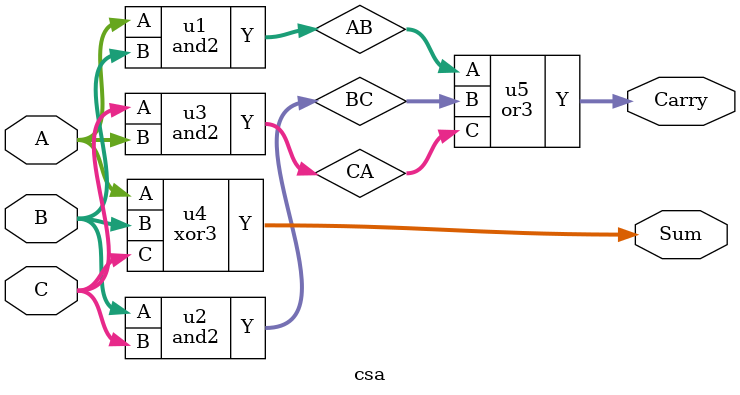
<source format=v>
/* Generated by Yosys 0.30+48 (git sha1 14d50a176d5, gcc 8.3.1 -fPIC -Os) */

(* dynports =  1  *)
(* src = "csa.v:8.1-13.10" *)
module and2(A, B, Y);
  (* src = "csa.v:9.24-9.25" *)
  input [15:0] A;
  wire [15:0] A;
  (* src = "csa.v:9.27-9.28" *)
  input [15:0] B;
  wire [15:0] B;
  (* src = "csa.v:10.24-10.25" *)
  output [15:0] Y;
  wire [15:0] Y;
  assign Y[0] = B[0] & A[0];
  assign Y[1] = B[1] & A[1];
  assign Y[2] = B[2] & A[2];
  assign Y[3] = B[3] & A[3];
  assign Y[4] = B[4] & A[4];
  assign Y[5] = B[5] & A[5];
  assign Y[6] = B[6] & A[6];
  assign Y[7] = B[7] & A[7];
  assign Y[8] = B[8] & A[8];
  assign Y[9] = B[9] & A[9];
  assign Y[10] = B[10] & A[10];
  assign Y[11] = B[11] & A[11];
  assign Y[12] = B[12] & A[12];
  assign Y[13] = B[13] & A[13];
  assign Y[14] = B[14] & A[14];
  assign Y[15] = B[15] & A[15];
endmodule

(* top =  1  *)
(* src = "csa.v:22.1-34.10" *)
module csa(A, B, C, Sum, Carry);
  (* src = "csa.v:23.19-23.20" *)
  input [15:0] A;
  wire [15:0] A;
  (* src = "csa.v:26.17-26.19" *)
  wire [15:0] AB;
  (* src = "csa.v:23.22-23.23" *)
  input [15:0] B;
  wire [15:0] B;
  (* src = "csa.v:26.21-26.23" *)
  wire [15:0] BC;
  (* src = "csa.v:23.25-23.26" *)
  input [15:0] C;
  wire [15:0] C;
  (* src = "csa.v:26.25-26.27" *)
  wire [15:0] CA;
  (* src = "csa.v:24.24-24.29" *)
  output [15:0] Carry;
  wire [15:0] Carry;
  (* src = "csa.v:24.19-24.22" *)
  output [15:0] Sum;
  wire [15:0] Sum;
  (* module_not_derived = 32'd1 *)
  (* src = "csa.v:28.10-28.35" *)
  and2 u1 (
    .A(A),
    .B(B),
    .Y(AB)
  );
  (* module_not_derived = 32'd1 *)
  (* src = "csa.v:29.10-29.35" *)
  and2 u2 (
    .A(B),
    .B(C),
    .Y(BC)
  );
  (* module_not_derived = 32'd1 *)
  (* src = "csa.v:30.10-30.35" *)
  and2 u3 (
    .A(C),
    .B(A),
    .Y(CA)
  );
  (* module_not_derived = 32'd1 *)
  (* src = "csa.v:32.10-32.43" *)
  xor3 u4 (
    .A(A),
    .B(B),
    .C(C),
    .Y(Sum)
  );
  (* module_not_derived = 32'd1 *)
  (* src = "csa.v:33.10-33.48" *)
  or3 u5 (
    .A(AB),
    .B(BC),
    .C(CA),
    .Y(Carry)
  );
endmodule

(* dynports =  1  *)
(* src = "csa.v:15.1-20.10" *)
module or3(A, B, C, Y);
  wire _00_;
  wire _01_;
  wire _02_;
  wire _03_;
  wire _04_;
  wire _05_;
  wire _06_;
  wire _07_;
  wire _08_;
  wire _09_;
  wire _10_;
  wire _11_;
  wire _12_;
  wire _13_;
  wire _14_;
  wire _15_;
  (* src = "csa.v:16.24-16.25" *)
  input [15:0] A;
  wire [15:0] A;
  (* src = "csa.v:16.27-16.28" *)
  input [15:0] B;
  wire [15:0] B;
  (* src = "csa.v:16.30-16.31" *)
  input [15:0] C;
  wire [15:0] C;
  (* src = "csa.v:17.24-17.25" *)
  output [15:0] Y;
  wire [15:0] Y;
  assign _00_ = B[0] | A[0];
  assign Y[0] = _00_ | C[0];
  assign _01_ = B[1] | A[1];
  assign Y[1] = _01_ | C[1];
  assign _02_ = B[2] | A[2];
  assign Y[2] = _02_ | C[2];
  assign _03_ = B[3] | A[3];
  assign Y[3] = _03_ | C[3];
  assign _04_ = B[4] | A[4];
  assign Y[4] = _04_ | C[4];
  assign _05_ = B[5] | A[5];
  assign Y[5] = _05_ | C[5];
  assign _06_ = B[6] | A[6];
  assign Y[6] = _06_ | C[6];
  assign _07_ = B[7] | A[7];
  assign Y[7] = _07_ | C[7];
  assign _08_ = B[8] | A[8];
  assign Y[8] = _08_ | C[8];
  assign _09_ = B[9] | A[9];
  assign Y[9] = _09_ | C[9];
  assign _10_ = B[10] | A[10];
  assign Y[10] = _10_ | C[10];
  assign _11_ = B[11] | A[11];
  assign Y[11] = _11_ | C[11];
  assign _12_ = B[12] | A[12];
  assign Y[12] = _12_ | C[12];
  assign _13_ = B[13] | A[13];
  assign Y[13] = _13_ | C[13];
  assign _14_ = B[14] | A[14];
  assign Y[14] = _14_ | C[14];
  assign _15_ = B[15] | A[15];
  assign Y[15] = _15_ | C[15];
endmodule

(* dynports =  1  *)
(* src = "csa.v:1.1-6.10" *)
module xor3(A, B, C, Y);
  wire _00_;
  wire _01_;
  wire _02_;
  wire _03_;
  wire _04_;
  wire _05_;
  wire _06_;
  wire _07_;
  wire _08_;
  wire _09_;
  wire _10_;
  wire _11_;
  wire _12_;
  wire _13_;
  wire _14_;
  wire _15_;
  (* src = "csa.v:2.24-2.25" *)
  input [15:0] A;
  wire [15:0] A;
  (* src = "csa.v:2.27-2.28" *)
  input [15:0] B;
  wire [15:0] B;
  (* src = "csa.v:2.30-2.31" *)
  input [15:0] C;
  wire [15:0] C;
  (* src = "csa.v:3.24-3.25" *)
  output [15:0] Y;
  wire [15:0] Y;
  assign _00_ = B[1] ^ A[1];
  assign Y[1] = _00_ ^ C[1];
  assign _01_ = B[2] ^ A[2];
  assign Y[2] = _01_ ^ C[2];
  assign _02_ = B[3] ^ A[3];
  assign Y[3] = _02_ ^ C[3];
  assign _03_ = B[4] ^ A[4];
  assign Y[4] = _03_ ^ C[4];
  assign _04_ = B[5] ^ A[5];
  assign Y[5] = _04_ ^ C[5];
  assign _05_ = B[6] ^ A[6];
  assign Y[6] = _05_ ^ C[6];
  assign _06_ = B[7] ^ A[7];
  assign Y[7] = _06_ ^ C[7];
  assign _07_ = B[8] ^ A[8];
  assign Y[8] = _07_ ^ C[8];
  assign _08_ = B[9] ^ A[9];
  assign Y[9] = _08_ ^ C[9];
  assign _09_ = B[10] ^ A[10];
  assign Y[10] = _09_ ^ C[10];
  assign _10_ = B[11] ^ A[11];
  assign Y[11] = _10_ ^ C[11];
  assign _11_ = B[12] ^ A[12];
  assign Y[12] = _11_ ^ C[12];
  assign _12_ = B[13] ^ A[13];
  assign Y[13] = _12_ ^ C[13];
  assign _13_ = B[14] ^ A[14];
  assign Y[14] = _13_ ^ C[14];
  assign _14_ = B[15] ^ A[15];
  assign Y[15] = _14_ ^ C[15];
  assign _15_ = B[0] ^ A[0];
  assign Y[0] = _15_ ^ C[0];
endmodule

</source>
